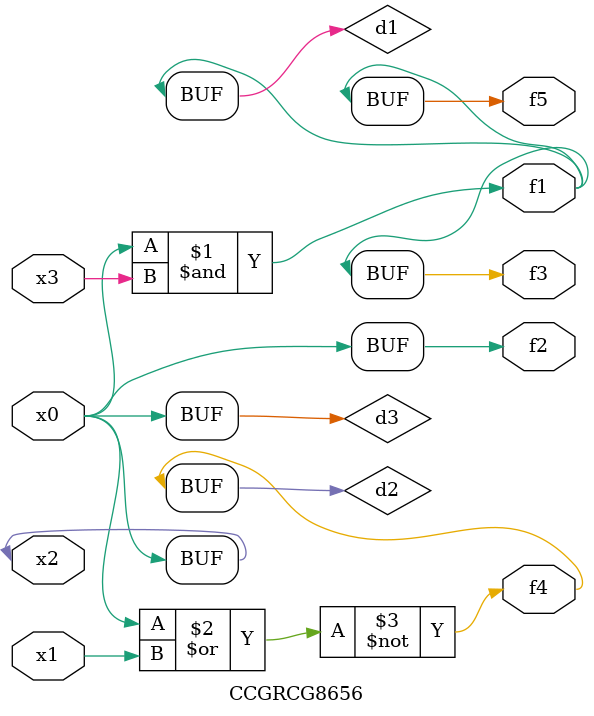
<source format=v>
module CCGRCG8656(
	input x0, x1, x2, x3,
	output f1, f2, f3, f4, f5
);

	wire d1, d2, d3;

	and (d1, x2, x3);
	nor (d2, x0, x1);
	buf (d3, x0, x2);
	assign f1 = d1;
	assign f2 = d3;
	assign f3 = d1;
	assign f4 = d2;
	assign f5 = d1;
endmodule

</source>
